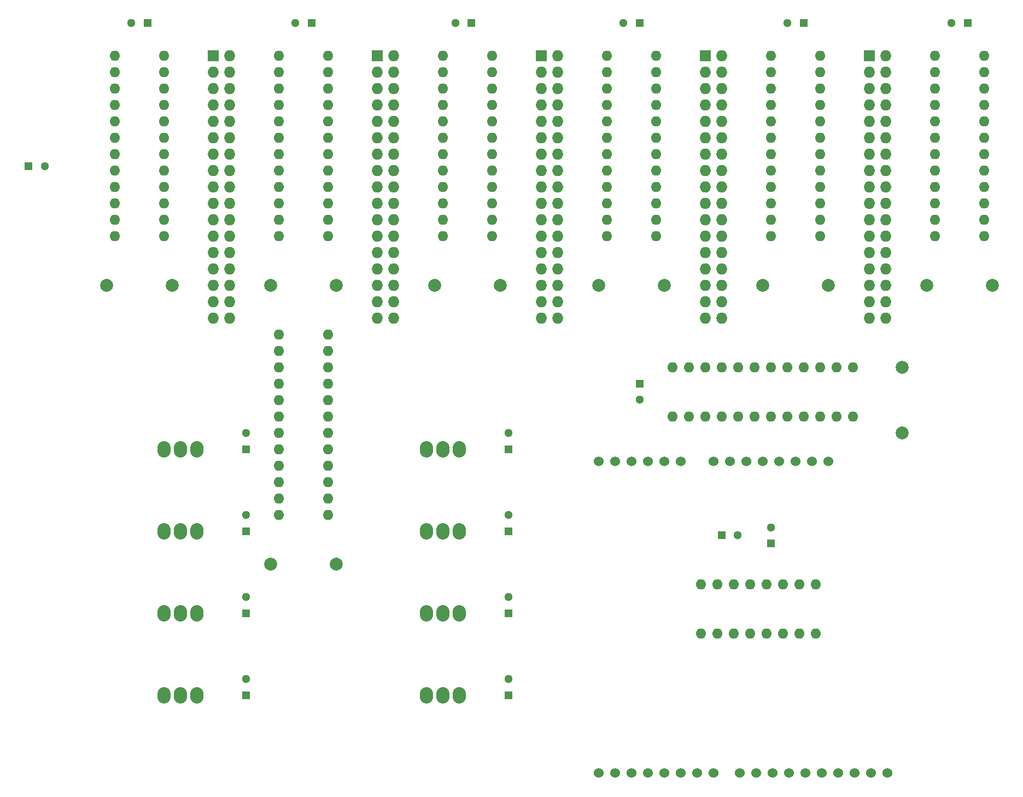
<source format=gbr>
G04 #@! TF.FileFunction,Copper,L1,Top,Signal*
%FSLAX46Y46*%
G04 Gerber Fmt 4.6, Leading zero omitted, Abs format (unit mm)*
G04 Created by KiCad (PCBNEW 4.0.2-stable) date 4/12/2016 1:25:12 PM*
%MOMM*%
G01*
G04 APERTURE LIST*
%ADD10C,0.100000*%
%ADD11R,1.300000X1.300000*%
%ADD12C,1.300000*%
%ADD13O,2.032000X2.540000*%
%ADD14C,1.998980*%
%ADD15O,1.600000X1.600000*%
%ADD16C,1.524000*%
%ADD17O,1.727200X1.727200*%
%ADD18R,1.727200X1.727200*%
G04 APERTURE END LIST*
D10*
D11*
X142240000Y-109220000D03*
D12*
X142240000Y-106720000D03*
D11*
X182880000Y-147320000D03*
D12*
X182880000Y-144820000D03*
D11*
X182880000Y-134620000D03*
D12*
X182880000Y-132120000D03*
D11*
X177165000Y-43180000D03*
D12*
X174665000Y-43180000D03*
D11*
X142240000Y-121920000D03*
D12*
X142240000Y-119420000D03*
D11*
X142240000Y-134620000D03*
D12*
X142240000Y-132120000D03*
D11*
X182880000Y-121920000D03*
D12*
X182880000Y-119420000D03*
D11*
X182880000Y-109220000D03*
D12*
X182880000Y-106720000D03*
D13*
X172720000Y-121920000D03*
X175260000Y-121920000D03*
X170180000Y-121920000D03*
X172720000Y-147320000D03*
X175260000Y-147320000D03*
X170180000Y-147320000D03*
X132080000Y-121920000D03*
X134620000Y-121920000D03*
X129540000Y-121920000D03*
X132080000Y-147320000D03*
X134620000Y-147320000D03*
X129540000Y-147320000D03*
X172720000Y-109220000D03*
X175260000Y-109220000D03*
X170180000Y-109220000D03*
X172720000Y-134620000D03*
X175260000Y-134620000D03*
X170180000Y-134620000D03*
X132080000Y-109220000D03*
X134620000Y-109220000D03*
X129540000Y-109220000D03*
X132080000Y-134620000D03*
X134620000Y-134620000D03*
X129540000Y-134620000D03*
D14*
X130810000Y-83820000D03*
X120650000Y-83820000D03*
X156210000Y-83820000D03*
X146050000Y-83820000D03*
X207010000Y-83820000D03*
X196850000Y-83820000D03*
X243840000Y-96520000D03*
X243840000Y-106680000D03*
X232410000Y-83820000D03*
X222250000Y-83820000D03*
X257810000Y-83820000D03*
X247650000Y-83820000D03*
X156210000Y-127000000D03*
X146050000Y-127000000D03*
X181610000Y-83820000D03*
X171450000Y-83820000D03*
D15*
X212725000Y-137795000D03*
X215265000Y-137795000D03*
X217805000Y-137795000D03*
X220345000Y-137795000D03*
X222885000Y-137795000D03*
X225425000Y-137795000D03*
X227965000Y-137795000D03*
X230505000Y-137795000D03*
X230505000Y-130175000D03*
X227965000Y-130175000D03*
X225425000Y-130175000D03*
X222885000Y-130175000D03*
X220345000Y-130175000D03*
X217805000Y-130175000D03*
X215265000Y-130175000D03*
X212725000Y-130175000D03*
X147320000Y-48260000D03*
X147320000Y-50800000D03*
X147320000Y-53340000D03*
X147320000Y-55880000D03*
X147320000Y-58420000D03*
X147320000Y-60960000D03*
X147320000Y-63500000D03*
X147320000Y-66040000D03*
X147320000Y-68580000D03*
X147320000Y-71120000D03*
X147320000Y-73660000D03*
X147320000Y-76200000D03*
X154940000Y-76200000D03*
X154940000Y-73660000D03*
X154940000Y-71120000D03*
X154940000Y-68580000D03*
X154940000Y-66040000D03*
X154940000Y-63500000D03*
X154940000Y-60960000D03*
X154940000Y-58420000D03*
X154940000Y-55880000D03*
X154940000Y-53340000D03*
X154940000Y-50800000D03*
X154940000Y-48260000D03*
X198120000Y-48260000D03*
X198120000Y-50800000D03*
X198120000Y-53340000D03*
X198120000Y-55880000D03*
X198120000Y-58420000D03*
X198120000Y-60960000D03*
X198120000Y-63500000D03*
X198120000Y-66040000D03*
X198120000Y-68580000D03*
X198120000Y-71120000D03*
X198120000Y-73660000D03*
X198120000Y-76200000D03*
X205740000Y-76200000D03*
X205740000Y-73660000D03*
X205740000Y-71120000D03*
X205740000Y-68580000D03*
X205740000Y-66040000D03*
X205740000Y-63500000D03*
X205740000Y-60960000D03*
X205740000Y-58420000D03*
X205740000Y-55880000D03*
X205740000Y-53340000D03*
X205740000Y-50800000D03*
X205740000Y-48260000D03*
X208280000Y-104140000D03*
X210820000Y-104140000D03*
X213360000Y-104140000D03*
X215900000Y-104140000D03*
X218440000Y-104140000D03*
X220980000Y-104140000D03*
X223520000Y-104140000D03*
X226060000Y-104140000D03*
X228600000Y-104140000D03*
X231140000Y-104140000D03*
X233680000Y-104140000D03*
X236220000Y-104140000D03*
X236220000Y-96520000D03*
X233680000Y-96520000D03*
X231140000Y-96520000D03*
X228600000Y-96520000D03*
X226060000Y-96520000D03*
X223520000Y-96520000D03*
X220980000Y-96520000D03*
X218440000Y-96520000D03*
X215900000Y-96520000D03*
X213360000Y-96520000D03*
X210820000Y-96520000D03*
X208280000Y-96520000D03*
X223520000Y-48260000D03*
X223520000Y-50800000D03*
X223520000Y-53340000D03*
X223520000Y-55880000D03*
X223520000Y-58420000D03*
X223520000Y-60960000D03*
X223520000Y-63500000D03*
X223520000Y-66040000D03*
X223520000Y-68580000D03*
X223520000Y-71120000D03*
X223520000Y-73660000D03*
X223520000Y-76200000D03*
X231140000Y-76200000D03*
X231140000Y-73660000D03*
X231140000Y-71120000D03*
X231140000Y-68580000D03*
X231140000Y-66040000D03*
X231140000Y-63500000D03*
X231140000Y-60960000D03*
X231140000Y-58420000D03*
X231140000Y-55880000D03*
X231140000Y-53340000D03*
X231140000Y-50800000D03*
X231140000Y-48260000D03*
X248920000Y-48260000D03*
X248920000Y-50800000D03*
X248920000Y-53340000D03*
X248920000Y-55880000D03*
X248920000Y-58420000D03*
X248920000Y-60960000D03*
X248920000Y-63500000D03*
X248920000Y-66040000D03*
X248920000Y-68580000D03*
X248920000Y-71120000D03*
X248920000Y-73660000D03*
X248920000Y-76200000D03*
X256540000Y-76200000D03*
X256540000Y-73660000D03*
X256540000Y-71120000D03*
X256540000Y-68580000D03*
X256540000Y-66040000D03*
X256540000Y-63500000D03*
X256540000Y-60960000D03*
X256540000Y-58420000D03*
X256540000Y-55880000D03*
X256540000Y-53340000D03*
X256540000Y-50800000D03*
X256540000Y-48260000D03*
D11*
X203200000Y-43180000D03*
D12*
X200700000Y-43180000D03*
D11*
X127000000Y-43180000D03*
D12*
X124500000Y-43180000D03*
D11*
X152400000Y-43180000D03*
D12*
X149900000Y-43180000D03*
D11*
X203200000Y-99060000D03*
D12*
X203200000Y-101560000D03*
D11*
X228600000Y-43180000D03*
D12*
X226100000Y-43180000D03*
D11*
X254000000Y-43180000D03*
D12*
X251500000Y-43180000D03*
D11*
X142240000Y-147320000D03*
D12*
X142240000Y-144820000D03*
D11*
X223520000Y-123825000D03*
D12*
X223520000Y-121325000D03*
D15*
X121920000Y-48260000D03*
X121920000Y-50800000D03*
X121920000Y-53340000D03*
X121920000Y-55880000D03*
X121920000Y-58420000D03*
X121920000Y-60960000D03*
X121920000Y-63500000D03*
X121920000Y-66040000D03*
X121920000Y-68580000D03*
X121920000Y-71120000D03*
X121920000Y-73660000D03*
X121920000Y-76200000D03*
X129540000Y-76200000D03*
X129540000Y-73660000D03*
X129540000Y-71120000D03*
X129540000Y-68580000D03*
X129540000Y-66040000D03*
X129540000Y-63500000D03*
X129540000Y-60960000D03*
X129540000Y-58420000D03*
X129540000Y-55880000D03*
X129540000Y-53340000D03*
X129540000Y-50800000D03*
X129540000Y-48260000D03*
D11*
X108585000Y-65405000D03*
D12*
X111085000Y-65405000D03*
D11*
X215900000Y-122555000D03*
D12*
X218400000Y-122555000D03*
D15*
X147320000Y-91440000D03*
X147320000Y-93980000D03*
X147320000Y-96520000D03*
X147320000Y-99060000D03*
X147320000Y-101600000D03*
X147320000Y-104140000D03*
X147320000Y-106680000D03*
X147320000Y-109220000D03*
X147320000Y-111760000D03*
X147320000Y-114300000D03*
X147320000Y-116840000D03*
X147320000Y-119380000D03*
X154940000Y-119380000D03*
X154940000Y-116840000D03*
X154940000Y-114300000D03*
X154940000Y-111760000D03*
X154940000Y-109220000D03*
X154940000Y-106680000D03*
X154940000Y-104140000D03*
X154940000Y-101600000D03*
X154940000Y-99060000D03*
X154940000Y-96520000D03*
X154940000Y-93980000D03*
X154940000Y-91440000D03*
X172720000Y-48260000D03*
X172720000Y-50800000D03*
X172720000Y-53340000D03*
X172720000Y-55880000D03*
X172720000Y-58420000D03*
X172720000Y-60960000D03*
X172720000Y-63500000D03*
X172720000Y-66040000D03*
X172720000Y-68580000D03*
X172720000Y-71120000D03*
X172720000Y-73660000D03*
X172720000Y-76200000D03*
X180340000Y-76200000D03*
X180340000Y-73660000D03*
X180340000Y-71120000D03*
X180340000Y-68580000D03*
X180340000Y-66040000D03*
X180340000Y-63500000D03*
X180340000Y-60960000D03*
X180340000Y-58420000D03*
X180340000Y-55880000D03*
X180340000Y-53340000D03*
X180340000Y-50800000D03*
X180340000Y-48260000D03*
D16*
X232410000Y-111125000D03*
X227330000Y-111125000D03*
X224790000Y-111125000D03*
X222250000Y-111125000D03*
X219710000Y-111125000D03*
X217170000Y-111125000D03*
X214630000Y-111125000D03*
X209550000Y-111125000D03*
X207010000Y-111125000D03*
X204470000Y-111125000D03*
X201930000Y-111125000D03*
X199390000Y-111125000D03*
X196850000Y-111125000D03*
X196850000Y-159385000D03*
X199390000Y-159385000D03*
X201930000Y-159385000D03*
X204470000Y-159385000D03*
X207010000Y-159385000D03*
X209550000Y-159385000D03*
X212090000Y-159385000D03*
X214630000Y-159385000D03*
X218694000Y-159385000D03*
X221234000Y-159385000D03*
X223774000Y-159385000D03*
X226314000Y-159385000D03*
X228854000Y-159385000D03*
X231394000Y-159385000D03*
X233934000Y-159385000D03*
X236474000Y-159385000D03*
X239014000Y-159385000D03*
X241554000Y-159385000D03*
X229870000Y-111125000D03*
D17*
X137160000Y-86360000D03*
X139700000Y-88900000D03*
X137160000Y-88900000D03*
D18*
X137160000Y-48260000D03*
D17*
X139700000Y-48260000D03*
X137160000Y-50800000D03*
X139700000Y-50800000D03*
X137160000Y-53340000D03*
X139700000Y-53340000D03*
X137160000Y-55880000D03*
X139700000Y-55880000D03*
X137160000Y-58420000D03*
X139700000Y-58420000D03*
X137160000Y-60960000D03*
X139700000Y-60960000D03*
X137160000Y-63500000D03*
X139700000Y-63500000D03*
X137160000Y-66040000D03*
X139700000Y-66040000D03*
X137160000Y-68580000D03*
X139700000Y-68580000D03*
X137160000Y-71120000D03*
X139700000Y-71120000D03*
X137160000Y-73660000D03*
X139700000Y-73660000D03*
X137160000Y-76200000D03*
X139700000Y-76200000D03*
X137160000Y-78740000D03*
X139700000Y-78740000D03*
X137160000Y-81280000D03*
X139700000Y-81280000D03*
X137160000Y-83820000D03*
X139700000Y-83820000D03*
X139700000Y-86360000D03*
X162560000Y-86360000D03*
X165100000Y-88900000D03*
X162560000Y-88900000D03*
D18*
X162560000Y-48260000D03*
D17*
X165100000Y-48260000D03*
X162560000Y-50800000D03*
X165100000Y-50800000D03*
X162560000Y-53340000D03*
X165100000Y-53340000D03*
X162560000Y-55880000D03*
X165100000Y-55880000D03*
X162560000Y-58420000D03*
X165100000Y-58420000D03*
X162560000Y-60960000D03*
X165100000Y-60960000D03*
X162560000Y-63500000D03*
X165100000Y-63500000D03*
X162560000Y-66040000D03*
X165100000Y-66040000D03*
X162560000Y-68580000D03*
X165100000Y-68580000D03*
X162560000Y-71120000D03*
X165100000Y-71120000D03*
X162560000Y-73660000D03*
X165100000Y-73660000D03*
X162560000Y-76200000D03*
X165100000Y-76200000D03*
X162560000Y-78740000D03*
X165100000Y-78740000D03*
X162560000Y-81280000D03*
X165100000Y-81280000D03*
X162560000Y-83820000D03*
X165100000Y-83820000D03*
X165100000Y-86360000D03*
X187960000Y-86360000D03*
X190500000Y-88900000D03*
X187960000Y-88900000D03*
D18*
X187960000Y-48260000D03*
D17*
X190500000Y-48260000D03*
X187960000Y-50800000D03*
X190500000Y-50800000D03*
X187960000Y-53340000D03*
X190500000Y-53340000D03*
X187960000Y-55880000D03*
X190500000Y-55880000D03*
X187960000Y-58420000D03*
X190500000Y-58420000D03*
X187960000Y-60960000D03*
X190500000Y-60960000D03*
X187960000Y-63500000D03*
X190500000Y-63500000D03*
X187960000Y-66040000D03*
X190500000Y-66040000D03*
X187960000Y-68580000D03*
X190500000Y-68580000D03*
X187960000Y-71120000D03*
X190500000Y-71120000D03*
X187960000Y-73660000D03*
X190500000Y-73660000D03*
X187960000Y-76200000D03*
X190500000Y-76200000D03*
X187960000Y-78740000D03*
X190500000Y-78740000D03*
X187960000Y-81280000D03*
X190500000Y-81280000D03*
X187960000Y-83820000D03*
X190500000Y-83820000D03*
X190500000Y-86360000D03*
X213360000Y-86360000D03*
X215900000Y-88900000D03*
X213360000Y-88900000D03*
D18*
X213360000Y-48260000D03*
D17*
X215900000Y-48260000D03*
X213360000Y-50800000D03*
X215900000Y-50800000D03*
X213360000Y-53340000D03*
X215900000Y-53340000D03*
X213360000Y-55880000D03*
X215900000Y-55880000D03*
X213360000Y-58420000D03*
X215900000Y-58420000D03*
X213360000Y-60960000D03*
X215900000Y-60960000D03*
X213360000Y-63500000D03*
X215900000Y-63500000D03*
X213360000Y-66040000D03*
X215900000Y-66040000D03*
X213360000Y-68580000D03*
X215900000Y-68580000D03*
X213360000Y-71120000D03*
X215900000Y-71120000D03*
X213360000Y-73660000D03*
X215900000Y-73660000D03*
X213360000Y-76200000D03*
X215900000Y-76200000D03*
X213360000Y-78740000D03*
X215900000Y-78740000D03*
X213360000Y-81280000D03*
X215900000Y-81280000D03*
X213360000Y-83820000D03*
X215900000Y-83820000D03*
X215900000Y-86360000D03*
X238760000Y-86360000D03*
X241300000Y-88900000D03*
X238760000Y-88900000D03*
D18*
X238760000Y-48260000D03*
D17*
X241300000Y-48260000D03*
X238760000Y-50800000D03*
X241300000Y-50800000D03*
X238760000Y-53340000D03*
X241300000Y-53340000D03*
X238760000Y-55880000D03*
X241300000Y-55880000D03*
X238760000Y-58420000D03*
X241300000Y-58420000D03*
X238760000Y-60960000D03*
X241300000Y-60960000D03*
X238760000Y-63500000D03*
X241300000Y-63500000D03*
X238760000Y-66040000D03*
X241300000Y-66040000D03*
X238760000Y-68580000D03*
X241300000Y-68580000D03*
X238760000Y-71120000D03*
X241300000Y-71120000D03*
X238760000Y-73660000D03*
X241300000Y-73660000D03*
X238760000Y-76200000D03*
X241300000Y-76200000D03*
X238760000Y-78740000D03*
X241300000Y-78740000D03*
X238760000Y-81280000D03*
X241300000Y-81280000D03*
X238760000Y-83820000D03*
X241300000Y-83820000D03*
X241300000Y-86360000D03*
M02*

</source>
